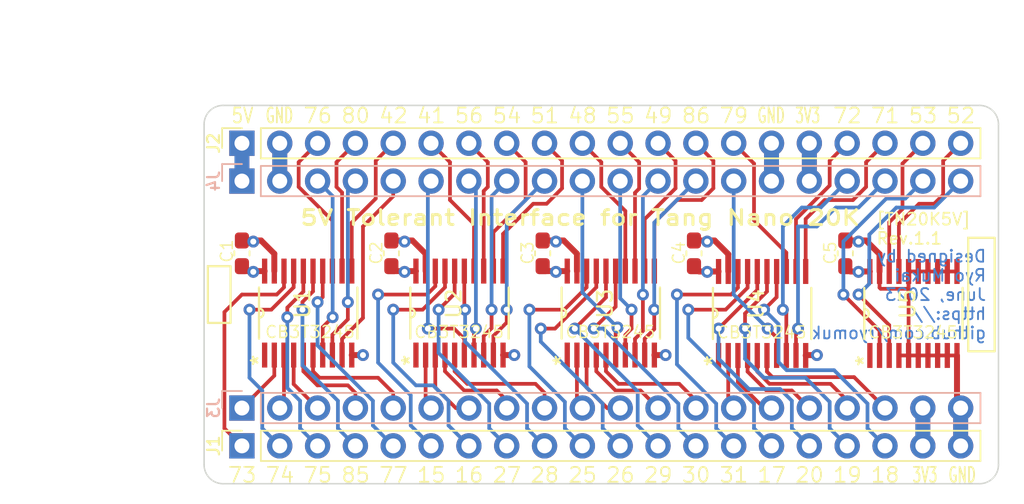
<source format=kicad_pcb>
(kicad_pcb (version 20221018) (generator pcbnew)
  (layers (0 "F.Cu" signal) (1 "In1.Cu" power) (2 "In2.Cu" power) (31 "B.Cu" signal) (34 "B.Paste" user) (35 "F.Paste" user) (36 "B.SilkS" user "B.Silkscreen") (37 "F.SilkS" user "F.Silkscreen") (38 "B.Mask" user) (39 "F.Mask" user) (44 "Edge.Cuts" user))
  (net 0 "")
  (net 1 "PIN73")
  (net 2 "PIN74")
  (net 3 "PIN75")
  (net 4 "PIN85")
  (net 5 "PIN77")
  (net 6 "PIN15")
  (net 7 "PIN16")
  (net 8 "PIN27")
  (net 9 "PIN28")
  (net 10 "PIN26")
  (net 11 "PIN25")
  (net 12 "PIN29")
  (net 13 "PIN30")
  (net 14 "PIN31")
  (net 15 "PIN17")
  (net 16 "PIN20")
  (net 17 "PIN19")
  (net 18 "PIN18")
  (net 19 "+3.3V")
  (net 20 "GND")
  (net 21 "+5V")
  (net 22 "PIN76")
  (net 23 "PIN80")
  (net 24 "PIN42")
  (net 25 "PIN41")
  (net 26 "PIN56")
  (net 27 "PIN54")
  (net 28 "PIN51")
  (net 29 "PIN48")
  (net 30 "PIN55")
  (net 31 "PIN49")
  (net 32 "PIN86")
  (net 33 "PIN79")
  (net 34 "PIN72")
  (net 35 "PIN71")
  (net 36 "PIN53")
  (net 37 "PIN52")
  (net 38 "PIN73_H")
  (net 39 "PIN74_H")
  (net 40 "PIN75_H")
  (net 41 "PIN85_H")
  (net 42 "PIN77_H")
  (net 43 "PIN15_H")
  (net 44 "PIN16_H")
  (net 45 "PIN27_H")
  (net 46 "PIN28_H")
  (net 47 "PIN26_H")
  (net 48 "PIN25_H")
  (net 49 "PIN29_H")
  (net 50 "PIN30_H")
  (net 51 "PIN31_H")
  (net 52 "PIN17_H")
  (net 53 "PIN20_H")
  (net 54 "PIN19_H")
  (net 55 "PIN18_H")
  (net 56 "PIN76_H")
  (net 57 "PIN80_H")
  (net 58 "PIN42_H")
  (net 59 "PIN41_H")
  (net 60 "PIN56_H")
  (net 61 "PIN54_H")
  (net 62 "PIN51_H")
  (net 63 "PIN48_H")
  (net 64 "PIN55_H")
  (net 65 "PIN49_H")
  (net 66 "PIN86_H")
  (net 67 "PIN79_H")
  (net 68 "PIN72_H")
  (net 69 "PIN71_H")
  (net 70 "PIN53_H")
  (net 71 "PIN52_H")
  (footprint "000_MyFootprint:PW20" (layer "F.Cu") (at 47.629 13.97 90)
    (fp_text reference "U5")
    (fp_text value "CB3T3245")
  )
  (footprint "000_MyFootprint:PinSocket_1x20_P2.54mm_Vertical" (layer "F.Cu") (at 2.54 2.54 90)
    (fp_text reference "J2")
    (fp_text value "TangNano20K")
  )
  (footprint "000_MyFootprint:PW20" (layer "F.Cu") (at 17.149 13.9446 90)
    (fp_text reference "U2")
    (fp_text value "CB3T3245")
  )
  (footprint "000_MyFootprint:C_0603_1608Metric_Pad1.08x0.95mm_HandSolder" (layer "F.Cu") (at 43.053 9.9325 90)
    (fp_text reference "C5")
    (fp_text value "0.1uF")
  )
  (footprint "000_MyFootprint:C_0603_1608Metric_Pad1.08x0.95mm_HandSolder" (layer "F.Cu") (at 12.573 9.9325 90)
    (fp_text reference "C2")
    (fp_text value "0.1uF")
  )
  (footprint "000_MyFootprint:PinSocket_1x20_P2.54mm_Vertical" (layer "F.Cu") (at 2.54 22.86 90)
    (fp_text reference "J1")
    (fp_text value "TangNano20K")
  )
  (footprint "000_MyFootprint:C_0603_1608Metric_Pad1.08x0.95mm_HandSolder" (layer "F.Cu") (at 32.893 9.9325 90)
    (fp_text reference "C4")
    (fp_text value "0.1uF")
  )
  (footprint "000_MyFootprint:C_0603_1608Metric_Pad1.08x0.95mm_HandSolder" (layer "F.Cu") (at 2.54 9.9325 90)
    (fp_text reference "C1")
    (fp_text value "0.1uF")
  )
  (footprint "000_MyFootprint:PW20" (layer "F.Cu") (at 6.989 13.9446 90)
    (fp_text reference "U1")
    (fp_text value "CB3T3245")
  )
  (footprint "000_MyFootprint:PW20" (layer "F.Cu") (at 37.469 13.97 90)
    (fp_text reference "U4")
    (fp_text value "CB3T3245")
  )
  (footprint "000_MyFootprint:PW20" (layer "F.Cu") (at 27.309 13.9446 90)
    (fp_text reference "U3")
    (fp_text value "CB3T3245")
  )
  (footprint "000_MyFootprint:C_0603_1608Metric_Pad1.08x0.95mm_HandSolder" (layer "F.Cu") (at 22.733 9.9325 90)
    (fp_text reference "C3")
    (fp_text value "0.1uF")
  )
  (footprint "000_MyFootprint:PinHeader_1x20_P2.54mm_Vertical" (layer "B.Cu") (at 2.54 5.08 -90)
    (fp_text reference "J4")
    (fp_text value "5V interface" hide)
  )
  (footprint "000_MyFootprint:PinHeader_1x20_P2.54mm_Vertical" (layer "B.Cu") (at 2.54 20.32 -90)
    (fp_text reference "J3")
    (fp_text value "5V interface" hide)
  )
  (gr_rect (start 0.254 10.795) (end 1.778 14.605) (stroke (width 0.15)) (fill none) (layer "F.SilkS"))
  (gr_rect (start 51.308 8.89) (end 53.086 16.51) (stroke (width 0.15)) (fill none) (layer "F.SilkS"))
  (gr_arc locked (start 52.07 0) (mid 52.968026 0.371974) (end 53.34 1.27) (stroke (width 0.1)) (layer "Edge.Cuts"))
  (gr_line locked (start 53.34 24.13) (end 53.34 1.27) (stroke (width 0.1)) (layer "Edge.Cuts"))
  (gr_line locked (start 52.07 0) (end 1.27 0) (stroke (width 0.1)) (layer "Edge.Cuts"))
  (gr_arc locked (start 1.27 25.4) (mid 0.371974 25.028026) (end 0 24.13) (stroke (width 0.1)) (layer "Edge.Cuts"))
  (gr_arc locked (start 53.34 24.13) (mid 52.968026 25.028026) (end 52.07 25.4) (stroke (width 0.1)) (layer "Edge.Cuts"))
  (gr_line locked (start 1.27 25.4) (end 52.07 25.4) (stroke (width 0.1)) (layer "Edge.Cuts"))
  (gr_arc locked (start 0 1.27) (mid 0.371974 0.371974) (end 1.27 0) (stroke (width 0.1)) (layer "Edge.Cuts"))
  (gr_line locked (start 0 1.27) (end 0 24.13) (stroke (width 0.1)) (layer "Edge.Cuts"))
  (gr_text "Designed by\nRyo Mukai\nJune, 2023\nhttps://\ngithub.com/ryomuk\n" (at 52.578 15.748) (layer "B.Cu") (effects (font (size 0.8 0.8) (thickness 0.12)) (justify left bottom mirror)))
  (gr_text "80" (at 9.144 1.27) (layer "F.SilkS") (effects (font (size 1 1) (thickness 0.12)) (justify left bottom)))
  (gr_text "3V3" (at 47.498 25.4) (layer "F.SilkS") (effects (font (size 1 0.6) (thickness 0.12)) (justify left bottom)))
  (gr_text "52" (at 49.784 1.27) (layer "F.SilkS") (effects (font (size 1 1) (thickness 0.12)) (justify left bottom)))
  (gr_text "51" (at 21.844 1.27) (layer "F.SilkS") (effects (font (size 1 1) (thickness 0.12)) (justify left bottom)))
  (gr_text "74" (at 4.064 25.4) (layer "F.SilkS") (effects (font (size 1 1) (thickness 0.12)) (justify left bottom)))
  (gr_text "42" (at 11.684 1.27) (layer "F.SilkS") (effects (font (size 1 1) (thickness 0.12)) (justify left bottom)))
  (gr_text "31" (at 34.544 25.4) (layer "F.SilkS") (effects (font (size 1 1) (thickness 0.12)) (justify left bottom)))
  (gr_text "27" (at 19.304 25.4) (layer "F.SilkS") (effects (font (size 1 1) (thickness 0.12)) (justify left bottom)))
  (gr_text "30" (at 32.004 25.4) (layer "F.SilkS") (effects (font (size 1 1) (thickness 0.12)) (justify left bottom)))
  (gr_text "53" (at 47.244 1.27) (layer "F.SilkS") (effects (font (size 1 1) (thickness 0.12)) (justify left bottom)))
  (gr_text "73" (at 1.524 25.4) (layer "F.SilkS") (effects (font (size 1 1) (thickness 0.12)) (justify left bottom)))
  (gr_text "79" (at 34.544 1.27) (layer "F.SilkS") (effects (font (size 1 1) (thickness 0.12)) (justify left bottom)))
  (gr_text "56" (at 16.764 1.27) (layer "F.SilkS") (effects (font (size 1 1) (thickness 0.12)) (justify left bottom)))
  (gr_text "49" (at 29.464 1.27) (layer "F.SilkS") (effects (font (size 1 1) (thickness 0.12)) (justify left bottom)))
  (gr_text "41" (at 14.224 1.27) (layer "F.SilkS") (effects (font (size 1 1) (thickness 0.12)) (justify left bottom)))
  (gr_text "75" (at 6.604 25.4) (layer "F.SilkS") (effects (font (size 1 1) (thickness 0.12)) (justify left bottom)))
  (gr_text "GND" (at 37.084 1.27) (layer "F.SilkS") (effects (font (size 1 0.6) (thickness 0.12)) (justify left bottom)))
  (gr_text "55" (at 26.924 1.27) (layer "F.SilkS") (effects (font (size 1 1) (thickness 0.12)) (justify left bottom)))
  (gr_text "19" (at 42.164 25.4) (layer "F.SilkS") (effects (font (size 1 1) (thickness 0.12)) (justify left bottom)))
  (gr_text "72" (at 42.164 1.27) (layer "F.SilkS") (effects (font (size 1 1) (thickness 0.12)) (justify left bottom)))
  (gr_text "86" (at 32.004 1.27) (layer "F.SilkS") (effects (font (size 1 1) (thickness 0.12)) (justify left bottom)))
  (gr_text "48" (at 24.384 1.27) (layer "F.SilkS") (effects (font (size 1 1) (thickness 0.12)) (justify left bottom)))
  (gr_text "54" (at 19.304 1.27) (layer "F.SilkS") (effects (font (size 1 1) (thickness 0.12)) (justify left bottom)))
  (gr_text "3V3" (at 39.624 1.27) (layer "F.SilkS") (effects (font (size 1 0.6) (thickness 0.12)) (justify left bottom)))
  (gr_text "28" (at 21.844 25.4) (layer "F.SilkS") (effects (font (size 1 1) (thickness 0.12)) (justify left bottom)))
  (gr_text "GND" (at 4.064 1.27) (layer "F.SilkS") (effects (font (size 1 0.6) (thickness 0.12)) (justify left bottom)))
  (gr_text "76" (at 6.604 1.27) (layer "F.SilkS") (effects (font (size 1 1) (thickness 0.12)) (justify left bottom)))
  (gr_text "85" (at 9.144 25.4) (layer "F.SilkS") (effects (font (size 1 1) (thickness 0.12)) (justify left bottom)))
  (gr_text "26" (at 26.924 25.4) (layer "F.SilkS") (effects (font (size 1 1) (thickness 0.12)) (justify left bottom)))
  (gr_text "15" (at 14.224 25.4) (layer "F.SilkS") (effects (font (size 1 1) (thickness 0.12)) (justify left bottom)))
  (gr_text "[TN20K5V]\nRev.1.1" (at 45.085 9.398) (layer "F.SilkS") (effects (font (size 0.8 0.8) (thickness 0.12)) (justify left bottom)))
  (gr_text "25" (at 24.384 25.4) (layer "F.SilkS") (effects (font (size 1 1) (thickness 0.12)) (justify left bottom)))
  (gr_text "29" (at 29.464 25.4) (layer "F.SilkS") (effects (font (size 1 1) (thickness 0.12)) (justify left bottom)))
  (gr_text "GND" (at 49.911 25.4) (layer "F.SilkS") (effects (font (size 1 0.6) (thickness 0.12)) (justify left bottom)))
  (gr_text "17" (at 37.084 25.4) (layer "F.SilkS") (effects (font (size 1 1) (thickness 0.12)) (justify left bottom)))
  (gr_text "71" (at 44.704 1.27) (layer "F.SilkS") (effects (font (size 1 1) (thickness 0.12)) (justify left bottom)))
  (gr_text "18" (at 44.704 25.4) (layer "F.SilkS") (effects (font (size 1 1) (thickness 0.12)) (justify left bottom)))
  (gr_text "20" (at 39.624 25.4) (layer "F.SilkS") (effects (font (size 1 1) (thickness 0.12)) (justify left bottom)))
  (gr_text "5V" (at 1.778 1.27) (layer "F.SilkS") (effects (font (size 1 0.8) (thickness 0.12)) (justify left bottom)))
  (gr_text "16" (at 16.764 25.4) (layer "F.SilkS") (effects (font (size 1 1) (thickness 0.12)) (justify left bottom)))
  (gr_text "5V Tolerant Interface for Tang Nano 20K" (at 6.35 8.128) (layer "F.SilkS") (effects (font (size 1 1.2) (thickness 0.2)) (justify left bottom)))
  (gr_text "77" (at 11.684 25.4) (layer "F.SilkS") (effects (font (size 1 1) (thickness 0.12)) (justify left bottom)))
  (segment (start 4.877402 12.7) (end 2.54 12.7) (width 0.25) (layer "F.Cu") (net 1))
  (segment (start 1.365 21.685) (end 2.54 22.86) (width 0.25) (layer "F.Cu") (net 1))
  (segment (start 2.54 12.7) (end 1.365 13.875) (width 0.25) (layer "F.Cu") (net 1))
  (segment (start 5.364002 12.2134) (end 4.877402 12.7) (width 0.25) (layer "F.Cu") (net 1))
  (segment (start 5.364002 11.1252) (end 5.364002 12.2134) (width 0.25) (layer "F.Cu") (net 1))
  (segment (start 1.365 13.875) (end 1.365 21.685) (width 0.25) (layer "F.Cu") (net 1))
  (segment (start 6.014001 11.1252) (end 6.014001 12.2134) (width 0.25) (layer "F.Cu") (net 2))
  (segment (start 6.014001 12.2134) (end 4.511401 13.716) (width 0.25) (layer "F.Cu") (net 2))
  (segment (start 4.511401 13.716) (end 3.048 13.716) (width 0.25) (layer "F.Cu") (net 2))
  (via (at 3.048 13.716) (size 0.8) (drill 0.4) (layers "F.Cu" "B.Cu") (net 2))
  (segment (start 3.905 19.145) (end 3.905 21.685) (width 0.25) (layer "B.Cu") (net 2))
  (segment (start 3.048 13.716) (end 3.048 18.288) (width 0.25) (layer "B.Cu") (net 2))
  (segment (start 3.048 18.288) (end 3.905 19.145) (width 0.25) (layer "B.Cu") (net 2))
  (segment (start 3.905 21.685) (end 5.08 22.86) (width 0.25) (layer "B.Cu") (net 2))
  (segment (start 6.664002 12.502297) (end 5.588 13.578299) (width 0.25) (layer "F.Cu") (net 3))
  (segment (start 5.588 13.578299) (end 5.588 14.224) (width 0.25) (layer "F.Cu") (net 3))
  (segment (start 6.664002 11.1252) (end 6.664002 12.502297) (width 0.25) (layer "F.Cu") (net 3))
  (via (at 5.588 14.224) (size 0.8) (drill 0.4) (layers "F.Cu" "B.Cu") (net 3))
  (segment (start 5.588 18.976299) (end 6.445 19.833299) (width 0.25) (layer "B.Cu") (net 3))
  (segment (start 5.588 14.224) (end 5.588 18.976299) (width 0.25) (layer "B.Cu") (net 3))
  (segment (start 6.445 19.833299) (end 6.445 21.685) (width 0.25) (layer "B.Cu") (net 3))
  (segment (start 6.445 21.685) (end 7.62 22.86) (width 0.25) (layer "B.Cu") (net 3))
  (segment (start 7.314001 11.1252) (end 7.314001 12.488694) (width 0.25) (layer "F.Cu") (net 4))
  (segment (start 6.604 13.198695) (end 6.604 13.716) (width 0.25) (layer "F.Cu") (net 4))
  (segment (start 7.314001 12.488694) (end 6.604 13.198695) (width 0.25) (layer "F.Cu") (net 4))
  (via (at 6.604 13.716) (size 0.8) (drill 0.4) (layers "F.Cu" "B.Cu") (net 4))
  (segment (start 6.604 17.452299) (end 8.985 19.833299) (width 0.25) (layer "B.Cu") (net 4))
  (segment (start 6.604 13.716) (end 6.604 17.452299) (width 0.25) (layer "B.Cu") (net 4))
  (segment (start 8.985 19.833299) (end 8.985 21.685) (width 0.25) (layer "B.Cu") (net 4))
  (segment (start 8.985 21.685) (end 10.16 22.86) (width 0.25) (layer "B.Cu") (net 4))
  (segment (start 7.964002 11.1252) (end 7.964002 12.863998) (width 0.25) (layer "F.Cu") (net 5))
  (segment (start 7.964002 12.863998) (end 7.62 13.208) (width 0.25) (layer "F.Cu") (net 5))
  (via (at 7.62 13.208) (size 0.8) (drill 0.4) (layers "F.Cu" "B.Cu") (net 5))
  (segment (start 11.335 19.833299) (end 11.335 21.495) (width 0.25) (layer "B.Cu") (net 5))
  (segment (start 7.62 16.118299) (end 11.335 19.833299) (width 0.25) (layer "B.Cu") (net 5))
  (segment (start 7.62 13.208) (end 7.62 16.118299) (width 0.25) (layer "B.Cu") (net 5))
  (segment (start 11.335 21.495) (end 12.7 22.86) (width 0.25) (layer "B.Cu") (net 5))
  (segment (start 14.965201 12.7) (end 15.524002 12.141199) (width 0.25) (layer "F.Cu") (net 6))
  (segment (start 11.684 12.7) (end 14.965201 12.7) (width 0.25) (layer "F.Cu") (net 6))
  (segment (start 15.524002 12.141199) (end 15.524002 11.1252) (width 0.25) (layer "F.Cu") (net 6))
  (via (at 11.684 12.7) (size 0.8) (drill 0.4) (layers "F.Cu" "B.Cu") (net 6))
  (segment (start 11.684 17.272) (end 11.684 12.7) (width 0.25) (layer "B.Cu") (net 6))
  (segment (start 13.875 19.463) (end 11.684 17.272) (width 0.25) (layer "B.Cu") (net 6))
  (segment (start 13.875 21.495) (end 13.875 19.463) (width 0.25) (layer "B.Cu") (net 6))
  (segment (start 15.24 22.86) (end 13.875 21.495) (width 0.25) (layer "B.Cu") (net 6))
  (segment (start 16.174001 11.1252) (end 16.174001 12.2134) (width 0.25) (layer "F.Cu") (net 7))
  (segment (start 16.174001 12.2134) (end 14.671401 13.716) (width 0.25) (layer "F.Cu") (net 7))
  (segment (start 14.671401 13.716) (end 12.7 13.716) (width 0.25) (layer "F.Cu") (net 7))
  (via (at 12.7 13.716) (size 0.8) (drill 0.4) (layers "F.Cu" "B.Cu") (net 7))
  (segment (start 16.415 21.495) (end 16.415 19.833299) (width 0.25) (layer "B.Cu") (net 7))
  (segment (start 16.415 19.833299) (end 15.377701 18.796) (width 0.25) (layer "B.Cu") (net 7))
  (segment (start 14.224 18.796) (end 12.7 17.272) (width 0.25) (layer "B.Cu") (net 7))
  (segment (start 17.78 22.86) (end 16.415 21.495) (width 0.25) (layer "B.Cu") (net 7))
  (segment (start 15.377701 18.796) (end 14.224 18.796) (width 0.25) (layer "B.Cu") (net 7))
  (segment (start 12.7 17.272) (end 12.7 13.716) (width 0.25) (layer "B.Cu") (net 7))
  (segment (start 16.824002 12.639998) (end 15.748 13.716) (width 0.25) (layer "F.Cu") (net 8))
  (segment (start 16.824002 11.1252) (end 16.824002 12.639998) (width 0.25) (layer "F.Cu") (net 8))
  (via (at 15.748 13.716) (size 0.8) (drill 0.4) (layers "F.Cu" "B.Cu") (net 8))
  (segment (start 19.145 20.023299) (end 19.145 21.685) (width 0.25) (layer "B.Cu") (net 8))
  (segment (start 15.748 16.626299) (end 19.145 20.023299) (width 0.25) (layer "B.Cu") (net 8))
  (segment (start 15.748 13.716) (end 15.748 16.626299) (width 0.25) (layer "B.Cu") (net 8))
  (segment (start 19.145 21.685) (end 20.32 22.86) (width 0.25) (layer "B.Cu") (net 8))
  (segment (start 17.474001 11.1252) (end 17.474001 13.664001) (width 0.25) (layer "F.Cu") (net 9))
  (segment (start 17.474001 13.664001) (end 17.526 13.716) (width 0.25) (layer "F.Cu") (net 9))
  (via (at 17.526 13.716) (size 0.8) (drill 0.4) (layers "F.Cu" "B.Cu") (net 9))
  (segment (start 21.685 21.685) (end 22.86 22.86) (width 0.25) (layer "B.Cu") (net 9))
  (segment (start 17.526 15.864299) (end 21.685 20.023299) (width 0.25) (layer "B.Cu") (net 9))
  (segment (start 21.685 20.023299) (end 21.685 21.685) (width 0.25) (layer "B.Cu") (net 9))
  (segment (start 17.526 13.716) (end 17.526 15.864299) (width 0.25) (layer "B.Cu") (net 9))
  (segment (start 26.334001 11.1252) (end 26.334001 12.2134) (width 0.25) (layer "F.Cu") (net 10))
  (segment (start 26.334001 12.2134) (end 23.561401 14.986) (width 0.25) (layer "F.Cu") (net 10))
  (segment (start 23.561401 14.986) (end 22.606 14.986) (width 0.25) (layer "F.Cu") (net 10))
  (via (at 22.606 14.986) (size 0.8) (drill 0.4) (layers "F.Cu" "B.Cu") (net 10))
  (segment (start 26.765 20.023299) (end 26.765 21.685) (width 0.25) (layer "B.Cu") (net 10))
  (segment (start 22.606 14.986) (end 22.606 15.864299) (width 0.25) (layer "B.Cu") (net 10))
  (segment (start 22.606 15.864299) (end 26.765 20.023299) (width 0.25) (layer "B.Cu") (net 10))
  (segment (start 26.765 21.685) (end 27.94 22.86) (width 0.25) (layer "B.Cu") (net 10))
  (segment (start 24.181402 13.716) (end 21.844 13.716) (width 0.25) (layer "F.Cu") (net 11))
  (segment (start 25.684002 12.2134) (end 24.181402 13.716) (width 0.25) (layer "F.Cu") (net 11))
  (segment (start 25.684002 11.1252) (end 25.684002 12.2134) (width 0.25) (layer "F.Cu") (net 11))
  (via (at 21.844 13.716) (size 0.8) (drill 0.4) (layers "F.Cu" "B.Cu") (net 11))
  (segment (start 24.225 19.907) (end 24.225 21.685) (width 0.25) (layer "B.Cu") (net 11))
  (segment (start 24.225 21.685) (end 25.4 22.86) (width 0.25) (layer "B.Cu") (net 11))
  (segment (start 21.844 13.716) (end 21.844 17.526) (width 0.25) (layer "B.Cu") (net 11))
  (segment (start 21.844 17.526) (end 24.225 19.907) (width 0.25) (layer "B.Cu") (net 11))
  (segment (start 26.984002 11.1252) (end 26.984002 12.893998) (width 0.25) (layer "F.Cu") (net 12))
  (segment (start 26.984002 12.893998) (end 24.892 14.986) (width 0.25) (layer "F.Cu") (net 12))
  (via (at 24.892 14.986) (size 0.8) (drill 0.4) (layers "F.Cu" "B.Cu") (net 12))
  (segment (start 29.115 21.495) (end 30.48 22.86) (width 0.25) (layer "B.Cu") (net 12))
  (segment (start 24.892 14.986) (end 29.115 19.209) (width 0.25) (layer "B.Cu") (net 12))
  (segment (start 29.115 19.209) (end 29.115 21.495) (width 0.25) (layer "B.Cu") (net 12))
  (segment (start 27.634001 11.1252) (end 27.634001 13.513999) (width 0.25) (layer "F.Cu") (net 13))
  (segment (start 27.634001 13.513999) (end 26.162 14.986) (width 0.25) (layer "F.Cu") (net 13))
  (via (at 26.162 14.986) (size 0.8) (drill 0.4) (layers "F.Cu" "B.Cu") (net 13))
  (segment (start 26.807701 14.986) (end 31.845 20.023299) (width 0.25) (layer "B.Cu") (net 13))
  (segment (start 26.162 14.986) (end 26.807701 14.986) (width 0.25) (layer "B.Cu") (net 13))
  (segment (start 31.845 20.023299) (end 31.845 21.685) (width 0.25) (layer "B.Cu") (net 13))
  (segment (start 31.845 21.685) (end 33.02 22.86) (width 0.25) (layer "B.Cu") (net 13))
  (segment (start 35.382802 12.7) (end 31.75 12.7) (width 0.25) (layer "F.Cu") (net 14))
  (segment (start 35.844002 12.2388) (end 35.382802 12.7) (width 0.25) (layer "F.Cu") (net 14))
  (segment (start 35.844002 11.1506) (end 35.844002 12.2388) (width 0.25) (layer "F.Cu") (net 14))
  (via (at 31.75 12.7) (size 0.8) (drill 0.4) (layers "F.Cu" "B.Cu") (net 14))
  (segment (start 31.75 17.388299) (end 34.385 20.023299) (width 0.25) (layer "B.Cu") (net 14))
  (segment (start 34.385 21.685) (end 35.56 22.86) (width 0.25) (layer "B.Cu") (net 14))
  (segment (start 34.385 20.023299) (end 34.385 21.685) (width 0.25) (layer "B.Cu") (net 14))
  (segment (start 31.75 12.7) (end 31.75 17.388299) (width 0.25) (layer "B.Cu") (net 14))
  (segment (start 35.016801 13.716) (end 32.512 13.716) (width 0.25) (layer "F.Cu") (net 15))
  (segment (start 36.494001 11.1506) (end 36.494001 12.2388) (width 0.25) (layer "F.Cu") (net 15))
  (segment (start 36.494001 12.2388) (end 35.016801 13.716) (width 0.25) (layer "F.Cu") (net 15))
  (via (at 32.512 13.716) (size 0.8) (drill 0.4) (layers "F.Cu" "B.Cu") (net 15))
  (segment (start 36.925 20.023299) (end 36.925 21.685) (width 0.25) (layer "B.Cu") (net 15))
  (segment (start 36.925 21.685) (end 38.1 22.86) (width 0.25) (layer "B.Cu") (net 15))
  (segment (start 32.512 13.716) (end 32.512 15.610299) (width 0.25) (layer "B.Cu") (net 15))
  (segment (start 32.512 15.610299) (end 36.925 20.023299) (width 0.25) (layer "B.Cu") (net 15))
  (segment (start 37.144002 12.385998) (end 34.544 14.986) (width 0.25) (layer "F.Cu") (net 16))
  (segment (start 37.144002 11.1506) (end 37.144002 12.385998) (width 0.25) (layer "F.Cu") (net 16))
  (via (at 34.544 14.986) (size 0.8) (drill 0.4) (layers "F.Cu" "B.Cu") (net 16))
  (segment (start 39.465 21.685) (end 40.64 22.86) (width 0.25) (layer "B.Cu") (net 16))
  (segment (start 34.544 17.005903) (end 36.582049 19.043952) (width 0.25) (layer "B.Cu") (net 16))
  (segment (start 38.675653 19.043952) (end 39.465 19.833299) (width 0.25) (layer "B.Cu") (net 16))
  (segment (start 34.544 14.986) (end 34.544 17.005903) (width 0.25) (layer "B.Cu") (net 16))
  (segment (start 39.465 19.833299) (end 39.465 21.685) (width 0.25) (layer "B.Cu") (net 16))
  (segment (start 36.582049 19.043952) (end 38.675653 19.043952) (width 0.25) (layer "B.Cu") (net 16))
  (segment (start 37.794001 11.1506) (end 37.794001 12.497999) (width 0.25) (layer "F.Cu") (net 17))
  (segment (start 37.794001 12.497999) (end 36.322 13.97) (width 0.25) (layer "F.Cu") (net 17))
  (segment (start 36.322 13.97) (end 36.322 14.986) (width 0.25) (layer "F.Cu") (net 17))
  (via (at 36.322 14.986) (size 0.8) (drill 0.4) (layers "F.Cu" "B.Cu") (net 17))
  (segment (start 40.386 18.288) (end 42.005 19.907) (width 0.25) (layer "B.Cu") (net 17))
  (segment (start 42.005 21.685) (end 43.18 22.86) (width 0.25) (layer "B.Cu") (net 17))
  (segment (start 37.592 18.288) (end 40.386 18.288) (width 0.25) (layer "B.Cu") (net 17))
  (segment (start 36.322 14.986) (end 36.322 17.018) (width 0.25) (layer "B.Cu") (net 17))
  (segment (start 42.005 19.907) (end 42.005 21.685) (width 0.25) (layer "B.Cu") (net 17))
  (segment (start 36.322 17.018) (end 37.592 18.288) (width 0.25) (layer "B.Cu") (net 17))
  (segment (start 38.444002 12.872596) (end 37.600598 13.716) (width 0.25) (layer "F.Cu") (net 18))
  (segment (start 38.444002 11.1506) (end 38.444002 12.872596) (width 0.25) (layer "F.Cu") (net 18))
  (via (at 37.600598 13.716) (size 0.8) (drill 0.4) (layers "F.Cu" "B.Cu") (net 18))
  (segment (start 38.571 17.235) (end 39.116 17.78) (width 0.25) (layer "B.Cu") (net 18))
  (segment (start 42.301701 17.78) (end 44.545 20.023299) (width 0.25) (layer "B.Cu") (net 18))
  (segment (start 44.545 21.685) (end 45.72 22.86) (width 0.25) (layer "B.Cu") (net 18))
  (segment (start 44.545 20.023299) (end 44.545 21.685) (width 0.25) (layer "B.Cu") (net 18))
  (segment (start 39.116 17.78) (end 42.301701 17.78) (width 0.25) (layer "B.Cu") (net 18))
  (segment (start 38.571 14.686402) (end 38.571 17.235) (width 0.25) (layer "B.Cu") (net 18))
  (segment (start 37.600598 13.716) (end 38.571 14.686402) (width 0.25) (layer "B.Cu") (net 18))
  (segment (start 3.302 11.176) (end 3.2512 11.1252) (width 0.4) (layer "F.Cu") (net 19))
  (segment (start 33.2486 11.1506) (end 32.893 10.795) (width 0.4) (layer "F.Cu") (net 19))
  (segment (start 13.4112 11.1252) (end 12.9032 11.1252) (width 0.4) (layer "F.Cu") (net 19))
  (segment (start 33.7566 11.1506) (end 33.2486 11.1506) (width 0.4) (layer "F.Cu") (net 19))
  (segment (start 14.224002 11.1252) (end 13.5128 11.1252) (width 0.4) (layer "F.Cu") (net 19))
  (segment (start 2.8702 11.1252) (end 2.54 10.795) (width 0.4) (layer "F.Cu") (net 19))
  (segment (start 34.544002 11.1506) (end 33.8074 11.1506) (width 0.4) (layer "F.Cu") (net 19))
  (segment (start 13.5128 11.1252) (end 13.462 11.176) (width 0.4) (layer "F.Cu") (net 19))
  (segment (start 4.064002 11.1252) (end 3.3528 11.1252) (width 0.4) (layer "F.Cu") (net 19))
  (segment (start 23.6728 11.1252) (end 23.622 11.176) (width 0.4) (layer "F.Cu") (net 19))
  (segment (start 33.782 11.176) (end 33.7566 11.1506) (width 0.4) (layer "F.Cu") (net 19))
  (segment (start 23.0632 11.1252) (end 22.733 10.795) (width 0.4) (layer "F.Cu") (net 19))
  (segment (start 23.622 11.176) (end 23.5712 11.1252) (width 0.4) (layer "F.Cu") (net 19))
  (segment (start 44.704002 11.1506) (end 43.9674 11.1506) (width 0.4) (layer "F.Cu") (net 19))
  (segment (start 40.64 2.54) (end 40.64 5.08) (width 1) (layer "F.Cu") (net 19))
  (segment (start 43.4086 11.1506) (end 43.053 10.795) (width 0.4) (layer "F.Cu") (net 19))
  (segment (start 48.26 22.86) (end 48.26 20.32) (width 1) (layer "F.Cu") (net 19))
  (segment (start 13.462 11.176) (end 13.4112 11.1252) (width 0.4) (layer "F.Cu") (net 19))
  (segment (start 24.384002 11.1252) (end 23.6728 11.1252) (width 0.4) (layer "F.Cu") (net 19))
  (segment (start 23.5712 11.1252) (end 23.0632 11.1252) (width 0.4) (layer "F.Cu") (net 19))
  (segment (start 43.9166 11.1506) (end 43.4086 11.1506) (width 0.4) (layer "F.Cu") (net 19))
  (segment (start 3.2512 11.1252) (end 2.8702 11.1252) (width 0.4) (layer "F.Cu") (net 19))
  (segment (start 33.8074 11.1506) (end 33.782 11.176) (width 0.4) (layer "F.Cu") (net 19))
  (segment (start 43.9674 11.1506) (end 43.942 11.176) (width 0.4) (layer "F.Cu") (net 19))
  (segment (start 43.942 11.176) (end 43.9166 11.1506) (width 0.4) (layer "F.Cu") (net 19))
  (segment (start 3.3528 11.1252) (end 3.302 11.176) (width 0.4) (layer "F.Cu") (net 19))
  (segment (start 12.9032 11.1252) (end 12.573 10.795) (width 0.4) (layer "F.Cu") (net 19))
  (via (at 43.942 11.176) (size 0.8) (drill 0.4) (layers "F.Cu" "B.Cu") (net 19))
  (via (at 33.782 11.176) (size 0.8) (drill 0.4) (layers "F.Cu" "B.Cu") (net 19))
  (via (at 3.302 11.176) (size 0.8) (drill 0.4) (layers "F.Cu" "B.Cu") (net 19))
  (via (at 13.462 11.176) (size 0.8) (drill 0.4) (layers "F.Cu" "B.Cu") (net 19))
  (via (at 23.622 11.176) (size 0.8) (drill 0.4) (layers "F.Cu" "B.Cu") (net 19))
  (segment (start 48.26 22.86) (end 48.26 20.32) (width 1) (layer "B.Cu") (net 19))
  (segment (start 40.64 5.08) (end 40.64 2.54) (width 1) (layer "B.Cu") (net 19))
  (segment (start 47.229002 12.3138) (end 45.429001 12.3138) (width 0.25) (layer "F.Cu") (net 20))
  (segment (start 47.304002 12.2388) (end 47.229002 12.3138) (width 0.25) (layer "F.Cu") (net 20))
  (segment (start 3.376 9.07) (end 3.302 9.144) (width 0.4) (layer "F.Cu") (net 20))
  (segment (start 3.302 9.144) (end 3.228 9.07) (width 0.4) (layer "F.Cu") (net 20))
  (segment (start 4.714001 11.1252) (end 4.714001 9.959199) (width 0.4) (layer "F.Cu") (net 20))
  (segment (start 47.304002 11.1506) (end 47.304002 16.789397) (width 0.25) (layer "F.Cu") (net 20))
  (segment (start 45.429001 12.3138) (end 45.354001 12.2388) (width 0.25) (layer "F.Cu") (net 20))
  (segment (start 10.668 16.764) (end 9.913998 16.764) (width 0.4) (layer "F.Cu") (net 20))
  (segment (start 50.553998 20.073998) (end 50.8 20.32) (width 0.4) (layer "F.Cu") (net 20))
  (segment (start 38.1 2.54) (end 38.1 5.08) (width 1) (layer "F.Cu") (net 20))
  (segment (start 3.824802 9.07) (end 3.376 9.07) (width 0.4) (layer "F.Cu") (net 20))
  (segment (start 35.194001 11.1506) (end 35.194001 9.984599) (width 0.4) (layer "F.Cu") (net 20))
  (segment (start 50.8 22.86) (end 50.8 20.32) (width 1) (layer "F.Cu") (net 20))
  (segment (start 43.942 9.144) (end 43.868 9.07) (width 0.4) (layer "F.Cu") (net 20))
  (segment (start 13.536 9.07) (end 13.462 9.144) (width 0.4) (layer "F.Cu") (net 20))
  (segment (start 33.708 9.07) (end 32.893 9.07) (width 0.4) (layer "F.Cu") (net 20))
  (segment (start 46.654001 16.7894) (end 50.553998 16.7894) (width 0.25) (layer "F.Cu") (net 20))
  (segment (start 30.988 16.764) (end 30.233998 16.764) (width 0.4) (layer "F.Cu") (net 20))
  (segment (start 47.304002 16.789397) (end 47.303999 16.7894) (width 0.25) (layer "F.Cu") (net 20))
  (segment (start 13.462 9.144) (end 13.388 9.07) (width 0.4) (layer "F.Cu") (net 20))
  (segment (start 25.034001 9.959199) (end 24.144802 9.07) (width 0.4) (layer "F.Cu") (net 20))
  (segment (start 40.419398 16.764) (end 40.393998 16.7894) (width 0.4) (layer "F.Cu") (net 20))
  (segment (start 44.016 9.07) (end 43.942 9.144) (width 0.4) (layer "F.Cu") (net 20))
  (segment (start 33.782 9.144) (end 33.708 9.07) (width 0.4) (layer "F.Cu") (net 20))
  (segment (start 45.354001 12.2388) (end 45.354001 11.1506) (width 0.25) (layer "F.Cu") (net 20))
  (segment (start 24.144802 9.07) (end 23.696 9.07) (width 0.4) (layer "F.Cu") (net 20))
  (segment (start 25.034001 11.1252) (end 25.034001 9.959199) (width 0.4) (layer "F.Cu") (net 20))
  (segment (start 3.228 9.07) (end 2.54 9.07) (width 0.4) (layer "F.Cu") (net 20))
  (segment (start 23.696 9.07) (end 23.622 9.144) (width 0.4) (layer "F.Cu") (net 20))
  (segment (start 14.874001 11.1252) (end 14.874001 9.959199) (width 0.4) (layer "F.Cu") (net 20))
  (segment (start 34.279402 9.07) (end 33.856 9.07) (width 0.4) (layer "F.Cu") (net 20))
  (segment (start 44.439402 9.07) (end 44.016 9.07) (width 0.4) (layer "F.Cu") (net 20))
  (segment (start 47.304002 11.1506) (end 47.304002 12.2388) (width 0.25) (layer "F.Cu") (net 20))
  (segment (start 45.354001 9.984599) (end 44.439402 9.07) (width 0.4) (layer "F.Cu") (net 20))
  (segment (start 13.984802 9.07) (end 13.536 9.07) (width 0.4) (layer "F.Cu") (net 20))
  (segment (start 23.622 9.144) (end 23.548 9.07) (width 0.4) (layer "F.Cu") (net 20))
  (segment (start 50.553998 16.7894) (end 50.553998 20.073998) (width 0.4) (layer "F.Cu") (net 20))
  (segment (start 13.388 9.07) (end 12.573 9.07) (width 0.4) (layer "F.Cu") (net 20))
  (segment (start 41.148 16.764) (end 40.419398 16.764) (width 0.4) (layer "F.Cu") (net 20))
  (segment (start 35.194001 9.984599) (end 34.279402 9.07) (width 0.4) (layer "F.Cu") (net 20))
  (segment (start 50.554 11.1506) (end 47.304002 11.1506) (width 0.25) (layer "F.Cu") (net 20))
  (segment (start 14.874001 9.959199) (end 13.984802 9.07) (width 0.4) (layer "F.Cu") (net 20))
  (segment (start 45.354001 11.1506) (end 45.354001 9.984599) (width 0.4) (layer "F.Cu") (net 20))
  (segment (start 5.08 2.54) (end 5.08 5.08) (width 1) (layer "F.Cu") (net 20))
  (segment (start 23.548 9.07) (end 22.733 9.07) (width 0.4) (layer "F.Cu") (net 20))
  (segment (start 33.856 9.07) (end 33.782 9.144) (width 0.4) (layer "F.Cu") (net 20))
  (segment (start 4.714001 9.959199) (end 3.824802 9.07) (width 0.4) (layer "F.Cu") (net 20))
  (segment (start 20.828 16.764) (end 20.073998 16.764) (width 0.4) (layer "F.Cu") (net 20))
  (segment (start 43.868 9.07) (end 43.053 9.07) (width 0.4) (layer "F.Cu") (net 20))
  (via (at 3.302 9.144) (size 0.8) (drill 0.4) (layers "F.Cu" "B.Cu") (net 20))
  (via (at 23.622 9.144) (size 0.8) (drill 0.4) (layers "F.Cu" "B.Cu") (net 20))
  (via (at 43.942 9.144) (size 0.8) (drill 0.4) (layers "F.Cu" "B.Cu") (net 20))
  (via (at 33.782 9.144) (size 0.8) (drill 0.4) (layers "F.Cu" "B.Cu") (net 20))
  (via (at 13.462 9.144) (size 0.8) (drill 0.4) (layers "F.Cu" "B.Cu") (net 20))
  (via (at 10.668 16.764) (size 0.8) (drill 0.4) (layers "F.Cu" "B.Cu") (net 20))
  (via (at 30.988 16.764) (size 0.8) (drill 0.4) (layers "F.Cu" "B.Cu") (net 20))
  (via (at 41.148 16.764) (size 0.8) (drill 0.4) (layers "F.Cu" "B.Cu") (net 20))
  (via (at 20.828 16.764) (size 0.8) (drill 0.4) (layers "F.Cu" "B.Cu") (net 20))
  (segment (start 5.08 5.08) (end 5.08 2.54) (width 1) (layer "B.Cu") (net 20))
  (segment (start 38.1 5.08) (end 38.1 2.54) (width 1) (layer "B.Cu") (net 20))
  (segment (start 50.8 22.86) (end 50.8 20.32) (width 1) (layer "B.Cu") (net 20))
  (segment (start 2.54 2.54) (end 2.54 5.08) (width 1) (layer "F.Cu") (net 21))
  (segment (start 2.54 5.08) (end 2.54 2.54) (width 1) (layer "B.Cu") (net 21))
  (segment (start 8.614001 7.735702) (end 6.35 5.471701) (width 0.25) (layer "F.Cu") (net 22))
  (segment (start 6.35 5.471701) (end 6.35 3.81) (width 0.25) (layer "F.Cu") (net 22))
  (segment (start 6.35 3.81) (end 7.62 2.54) (width 0.25) (layer "F.Cu") (net 22))
  (segment (start 8.614001 11.1252) (end 8.614001 7.735702) (width 0.25) (layer "F.Cu") (net 22))
  (segment (start 8.89 3.81) (end 10.16 2.54) (width 0.25) (layer "F.Cu") (net 23))
  (segment (start 9.264002 5.845703) (end 8.89 5.471701) (width 0.25) (layer "F.Cu") (net 23))
  (segment (start 9.264002 11.1252) (end 9.264002 5.845703) (width 0.25) (layer "F.Cu") (net 23))
  (segment (start 8.89 5.471701) (end 8.89 3.81) (width 0.25) (layer "F.Cu") (net 23))
  (segment (start 11.525 3.715) (end 12.7 2.54) (width 0.25) (layer "F.Cu") (net 24))
  (segment (start 9.914 7.866) (end 11.525 6.255) (width 0.25) (layer "F.Cu") (net 24))
  (segment (start 9.914 11.1252) (end 9.914 7.866) (width 0.25) (layer "F.Cu") (net 24))
  (segment (start 11.525 6.255) (end 11.525 3.715) (width 0.25) (layer "F.Cu") (net 24))
  (segment (start 16.51 3.81) (end 15.24 2.54) (width 0.25) (layer "F.Cu") (net 25))
  (segment (start 18.124002 11.1252) (end 18.124002 7.964002) (width 0.25) (layer "F.Cu") (net 25))
  (segment (start 18.124002 7.964002) (end 16.51 6.35) (width 0.25) (layer "F.Cu") (net 25))
  (segment (start 16.51 6.35) (end 16.51 3.81) (width 0.25) (layer "F.Cu") (net 25))
  (segment (start 18.774001 11.1252) (end 18.774001 5.7477) (width 0.25) (layer "F.Cu") (net 26))
  (segment (start 19.05 5.471701) (end 19.05 3.81) (width 0.25) (layer "F.Cu") (net 26))
  (segment (start 19.05 3.81) (end 17.78 2.54) (width 0.25) (layer "F.Cu") (net 26))
  (segment (start 18.774001 5.7477) (end 19.05 5.471701) (width 0.25) (layer "F.Cu") (net 26))
  (segment (start 21.59 3.81) (end 20.32 2.54) (width 0.25) (layer "F.Cu") (net 27))
  (segment (start 21.59 6.35) (end 21.59 3.81) (width 0.25) (layer "F.Cu") (net 27))
  (segment (start 19.424002 8.515998) (end 21.59 6.35) (width 0.25) (layer "F.Cu") (net 27))
  (segment (start 19.424002 11.1252) (end 19.424002 8.515998) (width 0.25) (layer "F.Cu") (net 27))
  (segment (start 22.997701 6.604) (end 24.035 5.566701) (width 0.25) (layer "F.Cu") (net 28))
  (segment (start 24.035 5.566701) (end 24.035 3.715) (width 0.25) (layer "F.Cu") (net 28))
  (segment (start 20.074 8.628) (end 22.098 6.604) (width 0.25) (layer "F.Cu") (net 28))
  (segment (start 20.074 11.1252) (end 20.074 8.628) (width 0.25) (layer "F.Cu") (net 28))
  (segment (start 24.035 3.715) (end 22.86 2.54) (width 0.25) (layer "F.Cu") (net 28))
  (segment (start 22.098 6.604) (end 22.997701 6.604) (width 0.25) (layer "F.Cu") (net 28))
  (segment (start 28.284002 7.085703) (end 26.67 5.471701) (width 0.25) (layer "F.Cu") (net 29))
  (segment (start 28.284002 11.1252) (end 28.284002 7.085703) (width 0.25) (layer "F.Cu") (net 29))
  (segment (start 26.67 3.81) (end 25.4 2.54) (width 0.25) (layer "F.Cu") (net 29))
  (segment (start 26.67 5.471701) (end 26.67 3.81) (width 0.25) (layer "F.Cu") (net 29))
  (segment (start 28.934001 5.863999) (end 29.21 5.588) (width 0.25) (layer "F.Cu") (net 30))
  (segment (start 28.934001 11.1252) (end 28.934001 5.863999) (width 0.25) (layer "F.Cu") (net 30))
  (segment (start 29.21 3.81) (end 27.94 2.54) (width 0.25) (layer "F.Cu") (net 30))
  (segment (start 29.21 5.588) (end 29.21 3.81) (width 0.25) (layer "F.Cu") (net 30))
  (segment (start 29.584002 11.1252) (end 29.584002 7.637699) (width 0.25) (layer "F.Cu") (net 31))
  (segment (start 29.584002 7.637699) (end 31.655 5.566701) (width 0.25) (layer "F.Cu") (net 31))
  (segment (start 31.655 3.715) (end 30.48 2.54) (width 0.25) (layer "F.Cu") (net 31))
  (segment (start 31.655 5.566701) (end 31.655 3.715) (width 0.25) (layer "F.Cu") (net 31))
  (segment (start 30.234 11.1252) (end 30.234 7.866) (width 0.25) (layer "F.Cu") (net 32))
  (segment (start 34.195 5.566701) (end 34.195 3.715) (width 0.25) (layer "F.Cu") (net 32))
  (segment (start 34.195 3.715) (end 33.02 2.54) (width 0.25) (layer "F.Cu") (net 32))
  (segment (start 30.234 7.866) (end 31.75 6.35) (width 0.25) (layer "F.Cu") (net 32))
  (segment (start 33.411701 6.35) (end 34.195 5.566701) (width 0.25) (layer "F.Cu") (net 32))
  (segment (start 31.75 6.35) (end 33.411701 6.35) (width 0.25) (layer "F.Cu") (net 32))
  (segment (start 36.925 3.905) (end 35.56 2.54) (width 0.25) (layer "F.Cu") (net 33))
  (segment (start 39.094001 9.884001) (end 36.925 7.715) (width 0.25) (layer "F.Cu") (net 33))
  (segment (start 39.094001 11.1506) (end 39.094001 9.884001) (width 0.25) (layer "F.Cu") (net 33))
  (segment (start 36.925 7.715) (end 36.925 3.905) (width 0.25) (layer "F.Cu") (net 33))
  (segment (start 39.744002 11.1506) (end 39.744002 7.637699) (width 0.25) (layer "F.Cu") (net 34))
  (segment (start 42.005 5.376701) (end 42.005 3.715) (width 0.25) (layer "F.Cu") (net 34))
  (segment (start 42.005 3.715) (end 43.18 2.54) (width 0.25) (layer "F.Cu") (net 34))
  (segment (start 39.744002 7.637699) (end 42.005 5.376701) (width 0.25) (layer "F.Cu") (net 34))
  (segment (start 40.394 11.1506) (end 40.394 7.624097) (width 0.25) (layer "F.Cu") (net 35))
  (segment (start 43.565653 6.356048) (end 44.45 5.471701) (width 0.25) (layer "F.Cu") (net 35))
  (segment (start 41.662049 6.356048) (end 43.565653 6.356048) (width 0.25) (layer "F.Cu") (net 35))
  (segment (start 40.394 7.624097) (end 41.662049 6.356048) (width 0.25) (layer "F.Cu") (net 35))
  (segment (start 44.45 5.471701) (end 44.45 3.81) (width 0.25) (layer "F.Cu") (net 35))
  (segment (start 44.45 3.81) (end 45.72 2.54) (width 0.25) (layer "F.Cu") (net 35))
  (segment (start 46.895 6.953) (end 46.895 3.905) (width 0.25) (layer "F.Cu") (net 36))
  (segment (start 46.004002 7.843998) (end 46.895 6.953) (width 0.25) (layer "F.Cu") (net 36))
  (segment (start 46.004002 11.1506) (end 46.004002 7.843998) (width 0.25) (layer "F.Cu") (net 36))
  (segment (start 46.895 3.905) (end 48.26 2.54) (width 0.25) (layer "F.Cu") (net 36))
  (segment (start 49.625 6.001) (end 49.625 3.715) (width 0.25) (layer "F.Cu") (net 37))
  (segment (start 46.654001 11.1506) (end 46.654001 7.955999) (width 0.25) (layer "F.Cu") (net 37))
  (segment (start 49.022 6.604) (end 49.625 6.001) (width 0.25) (layer "F.Cu") (net 37))
  (segment (start 49.625 3.715) (end 50.8 2.54) (width 0.25) (layer "F.Cu") (net 37))
  (segment (start 46.654001 7.955999) (end 48.006 6.604) (width 0.25) (layer "F.Cu") (net 37))
  (segment (start 48.006 6.604) (end 49.022 6.604) (width 0.25) (layer "F.Cu") (net 37))
  (segment (start 4.714001 18.145999) (end 2.54 20.32) (width 0.25) (layer "F.Cu") (net 38))
  (segment (start 4.714001 16.764) (end 4.714001 18.145999) (width 0.25) (layer "F.Cu") (net 38))
  (segment (start 5.363999 20.036001) (end 5.08 20.32) (width 0.25) (layer "F.Cu") (net 39))
  (segment (start 5.363999 16.764) (end 5.363999 20.036001) (width 0.25) (layer "F.Cu") (net 39))
  (segment (start 6.014001 18.714001) (end 7.62 20.32) (width 0.25) (layer "F.Cu") (net 40))
  (segment (start 6.014001 16.764) (end 6.014001 18.714001) (width 0.25) (layer "F.Cu") (net 40))
  (segment (start 6.663999 16.764) (end 6.663999 17.8522) (width 0.25) (layer "F.Cu") (net 41))
  (segment (start 6.663999 17.8522) (end 7.607799 18.796) (width 0.25) (layer "F.Cu") (net 41))
  (segment (start 10.16 19.304) (end 10.16 20.32) (width 0.25) (layer "F.Cu") (net 41))
  (segment (start 7.607799 18.796) (end 9.652 18.796) (width 0.25) (layer "F.Cu") (net 41))
  (segment (start 9.652 18.796) (end 10.16 19.304) (width 0.25) (layer "F.Cu") (net 41))
  (segment (start 7.313998 17.8522) (end 7.749798 18.288) (width 0.25) (layer "F.Cu") (net 42))
  (segment (start 11.684 18.288) (end 12.7 19.304) (width 0.25) (layer "F.Cu") (net 42))
  (segment (start 12.7 19.304) (end 12.7 20.32) (width 0.25) (layer "F.Cu") (net 42))
  (segment (start 7.749798 18.288) (end 11.684 18.288) (width 0.25) (layer "F.Cu") (net 42))
  (segment (start 7.313998 16.764) (end 7.313998 17.8522) (width 0.25) (layer "F.Cu") (net 42))
  (segment (start 14.874001 16.764) (end 14.874001 19.954001) (width 0.25) (layer "F.Cu") (net 43))
  (segment (start 14.874001 19.954001) (end 15.24 20.32) (width 0.25) (layer "F.Cu") (net 43))
  (segment (start 15.523999 16.764) (end 15.523999 18.942298) (width 0.25) (layer "F.Cu") (net 44))
  (segment (start 15.523999 18.942298) (end 16.901701 20.32) (width 0.25) (layer "F.Cu") (net 44))
  (segment (start 16.901701 20.32) (end 17.78 20.32) (width 0.25) (layer "F.Cu") (net 44))
  (segment (start 19.653 19.145) (end 20.32 19.812) (width 0.25) (layer "F.Cu") (net 45))
  (segment (start 17.466801 19.145) (end 19.653 19.145) (width 0.25) (layer "F.Cu") (net 45))
  (segment (start 16.174001 17.8522) (end 17.466801 19.145) (width 0.25) (layer "F.Cu") (net 45))
  (segment (start 16.174001 16.764) (end 16.174001 17.8522) (width 0.25) (layer "F.Cu") (net 45))
  (segment (start 20.32 19.812) (end 20.32 20.32) (width 0.25) (layer "F.Cu") (net 45))
  (segment (start 22.251 18.695) (end 22.86 19.304) (width 0.25) (layer "F.Cu") (net 46))
  (segment (start 22.86 19.304) (end 22.86 20.32) (width 0.25) (layer "F.Cu") (net 46))
  (segment (start 16.823999 16.764) (end 16.823999 17.8522) (width 0.25) (layer "F.Cu") (net 46))
  (segment (start 17.666799 18.695) (end 22.251 18.695) (width 0.25) (layer "F.Cu") (net 46))
  (segment (start 16.823999 17.8522) (end 17.666799 18.695) (width 0.25) (layer "F.Cu") (net 46))
  (segment (start 25.683999 16.764) (end 25.683999 18.942298) (width 0.25) (layer "F.Cu") (net 47))
  (segment (start 25.683999 18.942298) (end 27.061701 20.32) (width 0.25) (layer "F.Cu") (net 47))
  (segment (start 27.061701 20.32) (end 27.94 20.32) (width 0.25) (layer "F.Cu") (net 47))
  (segment (start 25.034001 19.954001) (end 25.4 20.32) (width 0.25) (layer "F.Cu") (net 48))
  (segment (start 25.034001 16.764) (end 25.034001 19.954001) (width 0.25) (layer "F.Cu") (net 48))
  (segment (start 26.334001 17.8522) (end 27.626801 19.145) (width 0.25) (layer "F.Cu") (net 49))
  (segment (start 27.626801 19.145) (end 29.305 19.145) (width 0.25) (layer "F.Cu") (net 49))
  (segment (start 26.334001 16.764) (end 26.334001 17.8522) (width 0.25) (layer "F.Cu") (net 49))
  (segment (start 29.305 19.145) (end 30.48 20.32) (width 0.25) (layer "F.Cu") (net 49))
  (segment (start 33.02 19.812) (end 33.02 20.32) (width 0.25) (layer "F.Cu") (net 50))
  (segment (start 27.826799 18.695) (end 31.903 18.695) (width 0.25) (layer "F.Cu") (net 50))
  (segment (start 31.903 18.695) (end 33.02 19.812) (width 0.25) (layer "F.Cu") (net 50))
  (segment (start 26.983999 17.8522) (end 27.826799 18.695) (width 0.25) (layer "F.Cu") (net 50))
  (segment (start 26.983999 16.764) (end 26.983999 17.8522) (width 0.25) (layer "F.Cu") (net 50))
  (segment (start 35.194001 16.7894) (end 35.194001 19.954001) (width 0.25) (layer "F.Cu") (net 51))
  (segment (start 35.194001 19.954001) (end 35.56 20.32) (width 0.25) (layer "F.Cu") (net 51))
  (segment (start 37.592 20.32) (end 38.1 20.32) (width 0.25) (layer "F.Cu") (net 52))
  (segment (start 35.843999 18.571999) (end 37.592 20.32) (width 0.25) (layer "F.Cu") (net 52))
  (segment (start 35.843999 16.7894) (end 35.843999 18.571999) (width 0.25) (layer "F.Cu") (net 52))
  (segment (start 36.494001 16.7894) (end 36.494001 17.8776) (width 0.25) (layer "F.Cu") (net 53))
  (segment (start 39.465 19.145) (end 40.64 20.32) (width 0.25) (layer "F.Cu") (net 53))
  (segment (start 37.761401 19.145) (end 39.465 19.145) (width 0.25) (layer "F.Cu") (net 53))
  (segment (start 36.494001 17.8776) (end 37.761401 19.145) (width 0.25) (layer "F.Cu") (net 53))
  (segment (start 43.18 19.812) (end 43.18 20.32) (width 0.25) (layer "F.Cu") (net 54))
  (segment (start 37.143999 17.8776) (end 37.961399 18.695) (width 0.25) (layer "F.Cu") (net 54))
  (segment (start 42.063 18.695) (end 43.18 19.812) (width 0.25) (layer "F.Cu") (net 54))
  (segment (start 37.143999 16.7894) (end 37.143999 17.8776) (width 0.25) (layer "F.Cu") (net 54))
  (segment (start 37.961399 18.695) (end 42.063 18.695) (width 0.25) (layer "F.Cu") (net 54))
  (segment (start 37.793998 16.7894) (end 37.793998 17.8776) (width 0.25) (layer "F.Cu") (net 55))
  (segment (start 38.161398 18.245) (end 43.645 18.245) (width 0.25) (layer "F.Cu") (net 55))
  (segment (start 37.793998 17.8776) (end 38.161398 18.245) (width 0.25) (layer "F.Cu") (net 55))
  (segment (start 43.645 18.245) (end 45.72 20.32) (width 0.25) (layer "F.Cu") (net 55))
  (segment (start 7.963999 14.887403) (end 8.631701 14.219701) (width 0.25) (layer "F.Cu") (net 56))
  (segment (start 7.963999 16.764) (end 7.963999 14.887403) (width 0.25) (layer "F.Cu") (net 56))
  (via (at 8.631701 14.219701) (size 0.8) (drill 0.4) (layers "F.Cu" "B.Cu") (net 56))
  (segment (start 8.631701 6.091701) (end 7.62 5.08) (width 0.25) (layer "B.Cu") (net 56))
  (segment (start 8.631701 14.219701) (end 8.631701 6.091701) (width 0.25) (layer "B.Cu") (net 56))
  (segment (start 9.652 14.362799) (end 9.652 13.208) (width 0.25) (layer "F.Cu") (net 57))
  (segment (start 8.613998 16.764) (end 8.613998 15.400801) (width 0.25) (layer "F.Cu") (net 57))
  (segment (start 8.613998 15.400801) (end 9.652 14.362799) (width 0.25) (layer "F.Cu") (net 57))
  (via (at 9.652 13.208) (size 0.8) (drill 0.4) (layers "F.Cu" "B.Cu") (net 57))
  (segment (start 9.652 13.208) (end 9.652 5.588) (width 0.25) (layer "B.Cu") (net 57))
  (segment (start 9.652 5.588) (end 10.16 5.08) (width 0.25) (layer "B.Cu") (net 57))
  (segment (start 10.668 8.128) (end 12.7 6.096) (width 0.25) (layer "F.Cu") (net 58))
  (segment (start 10.668 14.271799) (end 10.668 8.128) (width 0.25) (layer "F.Cu") (net 58))
  (segment (start 9.263999 16.764) (end 9.263999 15.6758) (width 0.25) (layer "F.Cu") (net 58))
  (segment (start 9.263999 15.6758) (end 10.668 14.271799) (width 0.25) (layer "F.Cu") (net 58))
  (segment (start 12.7 6.096) (end 12.7 5.08) (width 0.25) (layer "F.Cu") (net 58))
  (segment (start 17.473998 16.764) (end 17.473998 15.6758) (width 0.25) (layer "F.Cu") (net 59))
  (segment (start 16.784198 14.986) (end 15.0235 14.986) (width 0.25) (layer "F.Cu") (net 59))
  (segment (start 17.473998 15.6758) (end 16.784198 14.986) (width 0.25) (layer "F.Cu") (net 59))
  (via (at 15.0235 14.986) (size 0.8) (drill 0.4) (layers "F.Cu" "B.Cu") (net 59))
  (segment (start 15.0235 5.2965) (end 15.24 5.08) (width 0.25) (layer "B.Cu") (net 59))
  (segment (start 15.0235 14.986) (end 15.0235 5.2965) (width 0.25) (layer "B.Cu") (net 59))
  (segment (start 18.123999 16.764) (end 18.123999 15.112501) (width 0.25) (layer "F.Cu") (net 60))
  (segment (start 18.123999 15.112501) (end 18.2505 14.986) (width 0.25) (layer "F.Cu") (net 60))
  (via (at 18.2505 14.986) (size 0.8) (drill 0.4) (layers "F.Cu" "B.Cu") (net 60))
  (segment (start 18.2505 14.986) (end 18.2505 5.5505) (width 0.25) (layer "B.Cu") (net 60))
  (segment (start 18.2505 5.5505) (end 17.78 5.08) (width 0.25) (layer "B.Cu") (net 60))
  (segment (start 18.773998 16.764) (end 18.773998 15.487807) (width 0.25) (layer "F.Cu") (net 61))
  (segment (start 19.304 14.957805) (end 19.304 13.716) (width 0.25) (layer "F.Cu") (net 61))
  (segment (start 18.773998 15.487807) (end 19.304 14.957805) (width 0.25) (layer "F.Cu") (net 61))
  (via (at 19.304 13.716) (size 0.8) (drill 0.4) (layers "F.Cu" "B.Cu") (net 61))
  (segment (start 19.304 13.716) (end 19.304 6.096) (width 0.25) (layer "B.Cu") (net 61))
  (segment (start 19.304 6.096) (end 20.32 5.08) (width 0.25) (layer "B.Cu") (net 61))
  (segment (start 20.32 14.578201) (end 20.32 13.716) (width 0.25) (layer "F.Cu") (net 62))
  (segment (start 19.423999 15.474202) (end 20.32 14.578201) (width 0.25) (layer "F.Cu") (net 62))
  (segment (start 19.423999 16.764) (end 19.423999 15.474202) (width 0.25) (layer "F.Cu") (net 62))
  (via (at 20.32 13.716) (size 0.8) (drill 0.4) (layers "F.Cu" "B.Cu") (net 62))
  (segment (start 20.32 7.62) (end 22.86 5.08) (width 0.25) (layer "B.Cu") (net 62))
  (segment (start 20.32 13.716) (end 20.32 7.62) (width 0.25) (layer "B.Cu") (net 62))
  (segment (start 27.633998 16.764) (end 27.633998 15.038001) (width 0.25) (layer "F.Cu") (net 63))
  (segment (start 27.633998 15.038001) (end 27.759149 14.91285) (width 0.25) (layer "F.Cu") (net 63))
  (via (at 27.759149 14.91285) (size 0.8) (drill 0.4) (layers "F.Cu" "B.Cu") (net 63))
  (segment (start 25.4 12.553701) (end 25.4 5.08) (width 0.25) (layer "B.Cu") (net 63))
  (segment (start 27.759149 14.91285) (end 25.4 12.553701) (width 0.25) (layer "B.Cu") (net 63))
  (segment (start 28.283999 16.764) (end 28.283999 15.413305) (width 0.25) (layer "F.Cu") (net 64))
  (segment (start 28.702 14.995304) (end 28.702 13.716) (width 0.25) (layer "F.Cu") (net 64))
  (segment (start 28.283999 15.413305) (end 28.702 14.995304) (width 0.25) (layer "F.Cu") (net 64))
  (via (at 28.702 13.716) (size 0.8) (drill 0.4) (layers "F.Cu" "B.Cu") (net 64))
  (segment (start 27.94 12.954) (end 27.94 5.08) (width 0.25) (layer "B.Cu") (net 64))
  (segment (start 28.702 13.716) (end 27.94 12.954) (width 0.25) (layer "B.Cu") (net 64))
  (segment (start 29.464 15.145798) (end 29.464 12.7) (width 0.25) (layer "F.Cu") (net 65))
  (segment (start 28.933998 15.6758) (end 29.464 15.145798) (width 0.25) (layer "F.Cu") (net 65))
  (segment (start 28.933998 16.764) (end 28.933998 15.6758) (width 0.25) (layer "F.Cu") (net 65))
  (via (at 29.464 12.7) (size 0.8) (drill 0.4) (layers "F.Cu" "B.Cu") (net 65))
  (segment (start 29.464 12.7) (end 29.464 6.096) (width 0.25) (layer "B.Cu") (net 65))
  (segment (start 29.464 6.096) (end 30.48 5.08) (width 0.25) (layer "B.Cu") (net 65))
  (segment (start 29.583999 15.662195) (end 30.226 15.020194) (width 0.25) (layer "F.Cu") (net 66))
  (segment (start 29.583999 16.764) (end 29.583999 15.662195) (width 0.25) (layer "F.Cu") (net 66))
  (segment (start 30.226 15.020194) (end 30.226 13.716) (width 0.25) (layer "F.Cu") (net 66))
  (via (at 30.226 13.716) (size 0.8) (drill 0.4) (layers "F.Cu" "B.Cu") (net 66))
  (segment (start 30.226 13.716) (end 30.226 7.874) (width 0.25) (layer "B.Cu") (net 66))
  (segment (start 30.226 7.874) (end 33.02 5.08) (width 0.25) (layer "B.Cu") (net 66))
  (segment (start 38.443999 15.583999) (end 37.846 14.986) (width 0.25) (layer "F.Cu") (net 67))
  (segment (start 38.443999 16.7894) (end 38.443999 15.583999) (width 0.25) (layer "F.Cu") (net 67))
  (via (at 37.846 14.986) (size 0.8) (drill 0.4) (layers "F.Cu" "B.Cu") (net 67))
  (segment (start 37.846 14.986) (end 35.56 12.7) (width 0.25) (layer "B.Cu") (net 67))
  (segment (start 35.56 12.7) (end 35.56 5.08) (width 0.25) (layer "B.Cu") (net 67))
  (segment (start 39.093998 13.947998) (end 38.862 13.716) (width 0.25) (layer "F.Cu") (net 68))
  (segment (start 39.093998 16.7894) (end 39.093998 13.947998) (width 0.25) (layer "F.Cu") (net 68))
  (via (at 38.862 13.716) (size 0.8) (drill 0.4) (layers "F.Cu" "B.Cu") (net 68))
  (segment (start 38.862 13.716) (end 38.862 8.128) (width 0.25) (layer "B.Cu") (net 68))
  (segment (start 41.402 6.858) (end 43.18 5.08) (width 0.25) (layer "B.Cu") (net 68))
  (segment (start 38.862 8.128) (end 40.132 6.858) (width 0.25) (layer "B.Cu") (net 68))
  (segment (start 40.132 6.858) (end 41.402 6.858) (width 0.25) (layer "B.Cu") (net 68))
  (segment (start 39.743999 16.7894) (end 39.743999 15.120001) (width 0.25) (layer "F.Cu") (net 69))
  (segment (start 39.743999 15.120001) (end 39.878 14.986) (width 0.25) (layer "F.Cu") (net 69))
  (via (at 39.878 14.986) (size 0.8) (drill 0.4) (layers "F.Cu" "B.Cu") (net 69))
  (segment (start 39.878 14.986) (end 39.878 8.128) (width 0.25) (layer "B.Cu") (net 69))
  (segment (start 39.878 8.128) (end 41.148 8.128) (width 0.25) (layer "B.Cu") (net 69))
  (segment (start 42.418 6.858) (end 43.942 6.858) (width 0.25) (layer "B.Cu") (net 69))
  (segment (start 43.942 6.858) (end 45.72 5.08) (width 0.25) (layer "B.Cu") (net 69))
  (segment (start 41.148 8.128) (end 42.418 6.858) (width 0.25) (layer "B.Cu") (net 69))
  (segment (start 45.354001 16.7894) (end 45.354001 15.128001) (width 0.25) (layer "F.Cu") (net 70))
  (segment (start 45.354001 15.128001) (end 42.926 12.7) (width 0.25) (layer "F.Cu") (net 70))
  (via (at 42.926 12.7) (size 0.8) (drill 0.4) (layers "F.Cu" "B.Cu") (net 70))
  (segment (start 45.805695 6.255) (end 47.085 6.255) (width 0.25) (layer "B.Cu") (net 70))
  (segment (start 42.926 9.134695) (end 45.805695 6.255) (width 0.25) (layer "B.Cu") (net 70))
  (segment (start 42.926 12.7) (end 42.926 9.134695) (width 0.25) (layer "B.Cu") (net 70))
  (segment (start 47.085 6.255) (end 48.26 5.08) (width 0.25) (layer "B.Cu") (net 70))
  (segment (start 46.003999 14.753401) (end 43.946299 12.695701) (width 0.25) (layer "F.Cu") (net 71))
  (segment (start 46.003999 16.7894) (end 46.003999 14.753401) (width 0.25) (layer "F.Cu") (net 71))
  (via (at 43.946299 12.695701) (size 0.8) (drill 0.4) (layers "F.Cu" "B.Cu") (net 71))
  (segment (start 46.482 6.858) (end 49.022 6.858) (width 0.25) (layer "B.Cu") (net 71))
  (segment (start 49.022 6.858) (end 50.8 5.08) (width 0.25) (layer "B.Cu") (net 71))
  (segment (start 44.667 8.673) (end 46.482 6.858) (width 0.25) (layer "B.Cu") (net 71))
  (segment (start 43.946299 12.695701) (end 44.667 11.975) (width 0.25) (layer "B.Cu") (net 71))
  (segment (start 44.667 11.975) (end 44.667 8.673) (width 0.25) (layer "B.Cu") (net 71))
)
</source>
